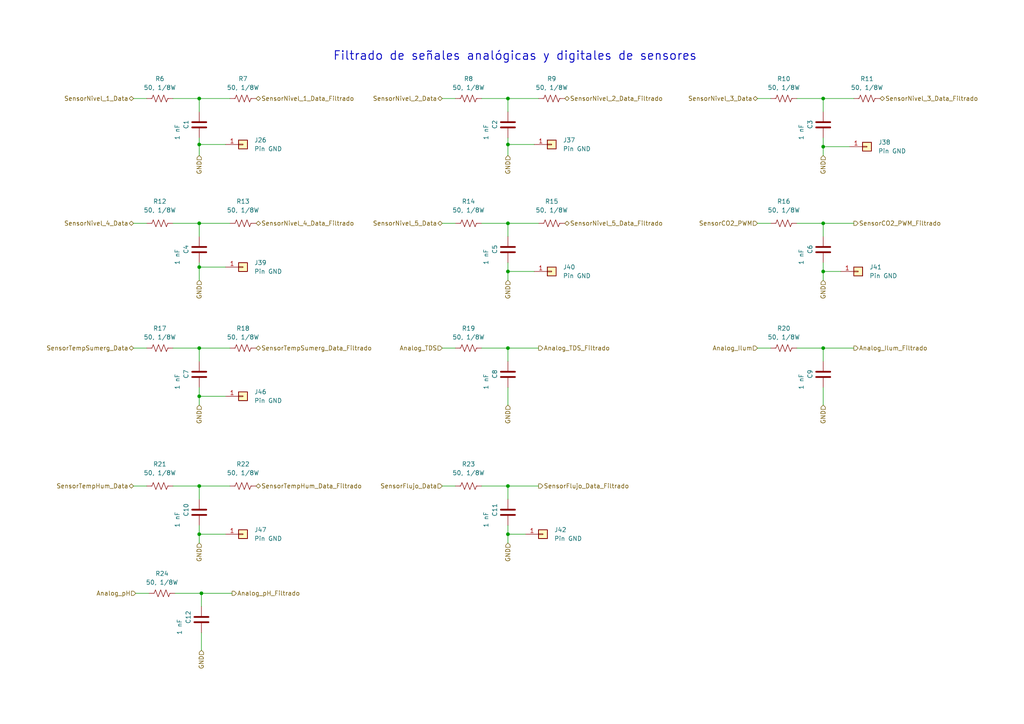
<source format=kicad_sch>
(kicad_sch (version 20211123) (generator eeschema)
  (paper "A4")
  (lib_symbols
    (symbol "Connector_Generic:Conn_01x01" (pin_names (offset 1.016) hide)
      (property "Reference" "J" (at 0 2.54 0))
      (property "Value" "Conn_01x01" (at 0 -2.54 0))
      (symbol "Conn_01x01_1_1"
        (rectangle (start -1.27 0.127) (end 0 -0.127) (stroke (width 0.1524)))
        (rectangle (start -1.27 1.27) (end 1.27 -1.27) (stroke (width 0.254)) (fill (type background)))
        (pin passive line (at -5.08 0 0) (length 3.81) (name "Pin_1") (number "1"))
      )
    )
    (symbol "Device:C" (pin_numbers hide) (pin_names (offset 0.254))
      (property "Reference" "C" (at 0.635 2.54 0))
      (property "Value" "C" (at 0.635 -2.54 0))
      (symbol "C_0_1"
        (polyline (pts (xy -2.032 -0.762) (xy 2.032 -0.762)) (stroke (width 0.508)))
        (polyline (pts (xy -2.032 0.762) (xy 2.032 0.762)) (stroke (width 0.508)))
      )
      (symbol "C_1_1"
        (pin passive line (at 0 3.81 270) (length 2.794) (name "~") (number "1"))
        (pin passive line (at 0 -3.81 90) (length 2.794) (name "~") (number "2"))
      )
    )
    (symbol "Device:R_US" (pin_numbers hide) (pin_names (offset 0))
      (property "Reference" "R" (at 2.54 0 90))
      (property "Value" "R_US" (at -2.54 0 90))
      (symbol "R_US_0_1"
        (polyline (pts (xy 0 -2.286) (xy 0 -2.54)))
        (polyline (pts (xy 0 2.286) (xy 0 2.54)))
        (polyline (pts (xy 0 -0.762) (xy 1.016 -1.143) (xy 0 -1.524) (xy -1.016 -1.905) (xy 0 -2.286)))
        (polyline (pts (xy 0 0.762) (xy 1.016 0.381) (xy 0 0) (xy -1.016 -0.381) (xy 0 -0.762)))
        (polyline (pts (xy 0 2.286) (xy 1.016 1.905) (xy 0 1.524) (xy -1.016 1.143) (xy 0 0.762)))
      )
      (symbol "R_US_1_1"
        (pin passive line (at 0 3.81 270) (length 1.27) (name "~") (number "1"))
        (pin passive line (at 0 -3.81 90) (length 1.27) (name "~") (number "2"))
      )
    )
  )
  (junction (at 57.785 114.935))
  (junction (at 57.785 28.575))
  (junction (at 147.32 28.575))
  (junction (at 57.785 140.97))
  (junction (at 147.32 78.74))
  (junction (at 238.76 64.77))
  (junction (at 238.76 42.545))
  (junction (at 238.76 100.965))
  (junction (at 57.785 154.94))
  (junction (at 58.42 172.085))
  (junction (at 57.785 64.77))
  (junction (at 147.32 41.91))
  (junction (at 57.785 41.91))
  (junction (at 147.32 140.97))
  (junction (at 57.785 77.47))
  (junction (at 57.785 100.965))
  (junction (at 147.32 154.94))
  (junction (at 147.32 100.965))
  (junction (at 238.76 78.74))
  (junction (at 238.76 28.575))
  (junction (at 147.32 64.77))
  (wire (pts (xy 147.32 112.395) (xy 147.32 117.475)))
  (wire (pts (xy 147.32 41.91) (xy 147.32 45.085)))
  (wire (pts (xy 57.785 114.935) (xy 57.785 117.475)))
  (wire (pts (xy 50.165 28.575) (xy 57.785 28.575)))
  (wire (pts (xy 57.785 140.97) (xy 57.785 144.78)))
  (wire (pts (xy 57.785 154.94) (xy 65.405 154.94)))
  (wire (pts (xy 58.42 172.085) (xy 67.31 172.085)))
  (wire (pts (xy 238.76 78.74) (xy 238.76 81.28)))
  (wire (pts (xy 128.27 100.965) (xy 132.08 100.965)))
  (wire (pts (xy 219.71 100.965) (xy 223.52 100.965)))
  (wire (pts (xy 147.32 152.4) (xy 147.32 154.94)))
  (wire (pts (xy 57.785 64.77) (xy 66.675 64.77)))
  (wire (pts (xy 231.14 28.575) (xy 238.76 28.575)))
  (wire (pts (xy 238.76 28.575) (xy 247.65 28.575)))
  (wire (pts (xy 58.42 183.515) (xy 58.42 188.595)))
  (wire (pts (xy 231.14 100.965) (xy 238.76 100.965)))
  (wire (pts (xy 57.785 76.2) (xy 57.785 77.47)))
  (wire (pts (xy 57.785 40.005) (xy 57.785 41.91)))
  (wire (pts (xy 147.32 41.91) (xy 154.94 41.91)))
  (wire (pts (xy 57.785 28.575) (xy 57.785 32.385)))
  (wire (pts (xy 57.785 100.965) (xy 66.675 100.965)))
  (wire (pts (xy 57.785 77.47) (xy 57.785 81.28)))
  (wire (pts (xy 57.785 77.47) (xy 65.405 77.47)))
  (wire (pts (xy 147.32 78.74) (xy 147.32 81.28)))
  (wire (pts (xy 147.32 100.965) (xy 156.21 100.965)))
  (wire (pts (xy 128.27 140.97) (xy 132.08 140.97)))
  (wire (pts (xy 57.785 112.395) (xy 57.785 114.935)))
  (wire (pts (xy 58.42 172.085) (xy 58.42 175.895)))
  (wire (pts (xy 147.32 64.77) (xy 147.32 68.58)))
  (wire (pts (xy 219.71 64.77) (xy 223.52 64.77)))
  (wire (pts (xy 238.76 112.395) (xy 238.76 117.475)))
  (wire (pts (xy 50.165 64.77) (xy 57.785 64.77)))
  (wire (pts (xy 238.76 76.2) (xy 238.76 78.74)))
  (wire (pts (xy 139.7 64.77) (xy 147.32 64.77)))
  (wire (pts (xy 238.76 64.77) (xy 247.65 64.77)))
  (wire (pts (xy 57.785 41.91) (xy 57.785 45.085)))
  (wire (pts (xy 128.27 28.575) (xy 132.08 28.575)))
  (wire (pts (xy 147.32 140.97) (xy 156.21 140.97)))
  (wire (pts (xy 147.32 40.005) (xy 147.32 41.91)))
  (wire (pts (xy 147.32 78.74) (xy 154.94 78.74)))
  (wire (pts (xy 57.785 154.94) (xy 57.785 157.48)))
  (wire (pts (xy 238.76 64.77) (xy 238.76 68.58)))
  (wire (pts (xy 238.76 42.545) (xy 246.38 42.545)))
  (wire (pts (xy 238.76 42.545) (xy 238.76 45.085)))
  (wire (pts (xy 147.32 28.575) (xy 156.21 28.575)))
  (wire (pts (xy 57.785 140.97) (xy 66.675 140.97)))
  (wire (pts (xy 147.32 140.97) (xy 147.32 144.78)))
  (wire (pts (xy 38.735 140.97) (xy 42.545 140.97)))
  (wire (pts (xy 147.32 154.94) (xy 147.32 157.48)))
  (wire (pts (xy 50.165 140.97) (xy 57.785 140.97)))
  (wire (pts (xy 147.32 154.94) (xy 152.4 154.94)))
  (wire (pts (xy 128.27 64.77) (xy 132.08 64.77)))
  (wire (pts (xy 57.785 41.91) (xy 65.405 41.91)))
  (wire (pts (xy 238.76 40.005) (xy 238.76 42.545)))
  (wire (pts (xy 39.37 172.085) (xy 43.18 172.085)))
  (wire (pts (xy 147.32 64.77) (xy 156.21 64.77)))
  (wire (pts (xy 57.785 100.965) (xy 57.785 104.775)))
  (wire (pts (xy 219.71 28.575) (xy 223.52 28.575)))
  (wire (pts (xy 238.76 100.965) (xy 238.76 104.775)))
  (wire (pts (xy 57.785 64.77) (xy 57.785 68.58)))
  (wire (pts (xy 38.735 64.77) (xy 42.545 64.77)))
  (wire (pts (xy 38.735 100.965) (xy 42.545 100.965)))
  (wire (pts (xy 57.785 114.935) (xy 65.405 114.935)))
  (wire (pts (xy 38.735 28.575) (xy 42.545 28.575)))
  (wire (pts (xy 139.7 100.965) (xy 147.32 100.965)))
  (wire (pts (xy 238.76 78.74) (xy 243.84 78.74)))
  (wire (pts (xy 231.14 64.77) (xy 238.76 64.77)))
  (wire (pts (xy 238.76 100.965) (xy 247.65 100.965)))
  (wire (pts (xy 147.32 28.575) (xy 147.32 32.385)))
  (wire (pts (xy 147.32 100.965) (xy 147.32 104.775)))
  (wire (pts (xy 57.785 152.4) (xy 57.785 154.94)))
  (wire (pts (xy 139.7 140.97) (xy 147.32 140.97)))
  (wire (pts (xy 50.8 172.085) (xy 58.42 172.085)))
  (wire (pts (xy 50.165 100.965) (xy 57.785 100.965)))
  (wire (pts (xy 147.32 76.2) (xy 147.32 78.74)))
  (wire (pts (xy 57.785 28.575) (xy 66.675 28.575)))
  (wire (pts (xy 238.76 28.575) (xy 238.76 32.385)))
  (wire (pts (xy 139.7 28.575) (xy 147.32 28.575)))
  (text "Filtrado de señales analógicas y digitales de sensores" (at 96.52 17.78 0) (effects (font (size 2.5 2.5) (thickness 0.254) bold) (justify left bottom)))
  (hierarchical_label "SensorCO2_PWM" (shape input) (at 219.71 64.77 180))
  (hierarchical_label "Analog_Ilum_Filtrado" (shape output) (at 247.65 100.965 0))
  (hierarchical_label "Analog_TDS_Filtrado" (shape output) (at 156.21 100.965 0))
  (hierarchical_label "SensorTempSumerg_Data" (shape bidirectional) (at 38.735 100.965 180))
  (hierarchical_label "Analog_TDS" (shape input) (at 128.27 100.965 180))
  (hierarchical_label "SensorNivel_5_Data_Filtrado" (shape bidirectional) (at 163.83 64.77 0))
  (hierarchical_label "SensorCO2_PWM_Filtrado" (shape output) (at 247.65 64.77 0))
  (hierarchical_label "SensorFlujo_Data_Filtrado" (shape output) (at 156.21 140.97 0))
  (hierarchical_label "SensorTempSumerg_Data_Filtrado" (shape bidirectional) (at 74.295 100.965 0))
  (hierarchical_label "SensorNivel_4_Data_Filtrado" (shape bidirectional) (at 74.295 64.77 0))
  (hierarchical_label "SensorTempHum_Data_Filtrado" (shape bidirectional) (at 74.295 140.97 0))
  (hierarchical_label "GND" (shape input) (at 147.32 45.085 270))
  (hierarchical_label "GND" (shape input) (at 147.32 117.475 270))
  (hierarchical_label "SensorNivel_4_Data" (shape bidirectional) (at 38.735 64.77 180))
  (hierarchical_label "GND" (shape input) (at 147.32 81.28 270))
  (hierarchical_label "GND" (shape input) (at 58.42 188.595 270))
  (hierarchical_label "SensorNivel_3_Data" (shape bidirectional) (at 219.71 28.575 180))
  (hierarchical_label "GND" (shape input) (at 57.785 45.085 270))
  (hierarchical_label "SensorFlujo_Data" (shape input) (at 128.27 140.97 180))
  (hierarchical_label "SensorNivel_3_Data_Filtrado" (shape bidirectional) (at 255.27 28.575 0))
  (hierarchical_label "GND" (shape input) (at 147.32 157.48 270))
  (hierarchical_label "SensorTempHum_Data" (shape bidirectional) (at 38.735 140.97 180))
  (hierarchical_label "SensorNivel_2_Data_Filtrado" (shape bidirectional) (at 163.83 28.575 0))
  (hierarchical_label "GND" (shape input) (at 238.76 45.085 270))
  (hierarchical_label "Analog_Ilum" (shape input) (at 219.71 100.965 180))
  (hierarchical_label "SensorNivel_5_Data" (shape bidirectional) (at 128.27 64.77 180))
  (hierarchical_label "Analog_pH_Filtrado" (shape output) (at 67.31 172.085 0))
  (hierarchical_label "GND" (shape input) (at 57.785 81.28 270))
  (hierarchical_label "Analog_pH" (shape input) (at 39.37 172.085 180))
  (hierarchical_label "SensorNivel_2_Data" (shape bidirectional) (at 128.27 28.575 180))
  (hierarchical_label "GND" (shape input) (at 238.76 81.28 270))
  (hierarchical_label "SensorNivel_1_Data_Filtrado" (shape bidirectional) (at 74.295 28.575 0))
  (hierarchical_label "GND" (shape input) (at 57.785 117.475 270))
  (hierarchical_label "GND" (shape input) (at 57.785 157.48 270))
  (hierarchical_label "GND" (shape input) (at 238.76 117.475 270))
  (hierarchical_label "SensorNivel_1_Data" (shape bidirectional) (at 38.735 28.575 180))
  (symbol (lib_id "Device:R_US") (at 160.02 64.77 90) (unit 1)
    (property "Reference" "R15" (at 160.02 58.42 90))
    (property "Value" "50, 1/8W" (at 160.02 60.96 90))
    (property "Footprint" "Resistor_SMD:R_0805_2012Metric" (effects hide))
  )
  (symbol (lib_id "Device:C") (at 147.32 148.59 0) (unit 1)
    (property "Reference" "C11" (at 143.51 149.86 90) (effects (justify left)))
    (property "Value" "1 nF" (at 140.97 153.035 90) (effects (justify left)))
    (property "Footprint" "Capacitor_SMD:C_0805_2012Metric" (effects hide))
  )
  (symbol (lib_id "Device:R_US") (at 70.485 28.575 90) (unit 1)
    (property "Reference" "R7" (at 70.485 22.86 90))
    (property "Value" "50, 1/8W" (at 70.485 25.4 90))
    (property "Footprint" "Resistor_SMD:R_0805_2012Metric" (effects hide))
  )
  (symbol (lib_id "Device:C") (at 58.42 179.705 0) (unit 1)
    (property "Reference" "C12" (at 54.61 180.975 90) (effects (justify left)))
    (property "Value" "1 nF" (at 52.07 184.15 90) (effects (justify left)))
    (property "Footprint" "Capacitor_SMD:C_0805_2012Metric" (effects hide))
  )
  (symbol (lib_id "Device:R_US") (at 227.33 64.77 90) (unit 1)
    (property "Reference" "R16" (at 227.33 58.42 90))
    (property "Value" "50, 1/8W" (at 227.33 60.96 90))
    (property "Footprint" "Resistor_SMD:R_0805_2012Metric" (effects hide))
  )
  (symbol (lib_id "Connector_Generic:Conn_01x01") (at 157.48 154.94 0) (unit 1)
    (property "Reference" "J42" (at 160.7312 153.6699 0) (effects (justify left)))
    (property "Value" "Pin GND" (at 160.7312 156.2099 0) (effects (justify left)))
    (property "Footprint" "Connector_PinHeader_2.54mm:PinHeader_1x01_P2.54mm_Vertical" (effects hide))
  )
  (symbol (lib_id "Device:R_US") (at 46.99 172.085 90) (unit 1)
    (property "Reference" "R24" (at 46.99 166.37 90))
    (property "Value" "50, 1/8W" (at 46.99 168.91 90))
    (property "Footprint" "Resistor_SMD:R_0805_2012Metric" (effects hide))
  )
  (symbol (lib_id "Connector_Generic:Conn_01x01") (at 248.92 78.74 0) (unit 1)
    (property "Reference" "J41" (at 252.1712 77.4699 0) (effects (justify left)))
    (property "Value" "Pin GND" (at 252.1712 80.0099 0) (effects (justify left)))
    (property "Footprint" "Connector_PinHeader_2.54mm:PinHeader_1x01_P2.54mm_Vertical" (effects hide))
  )
  (symbol (lib_id "Device:R_US") (at 135.89 64.77 90) (unit 1)
    (property "Reference" "R14" (at 135.89 58.42 90))
    (property "Value" "50, 1/8W" (at 135.89 60.96 90))
    (property "Footprint" "Resistor_SMD:R_0805_2012Metric" (effects hide))
  )
  (symbol (lib_id "Device:C") (at 57.785 36.195 0) (unit 1)
    (property "Reference" "C1" (at 53.975 37.465 90) (effects (justify left)))
    (property "Value" "1 nF" (at 51.435 40.64 90) (effects (justify left)))
    (property "Footprint" "Capacitor_SMD:C_0805_2012Metric" (effects hide))
  )
  (symbol (lib_id "Device:C") (at 57.785 108.585 0) (unit 1)
    (property "Reference" "C7" (at 53.975 109.855 90) (effects (justify left)))
    (property "Value" "1 nF" (at 51.435 113.03 90) (effects (justify left)))
    (property "Footprint" "Capacitor_SMD:C_0805_2012Metric" (effects hide))
  )
  (symbol (lib_id "Device:R_US") (at 160.02 28.575 90) (unit 1)
    (property "Reference" "R9" (at 160.02 22.86 90))
    (property "Value" "50, 1/8W" (at 160.02 25.4 90))
    (property "Footprint" "Resistor_SMD:R_0805_2012Metric" (effects hide))
  )
  (symbol (lib_id "Device:C") (at 57.785 72.39 0) (unit 1)
    (property "Reference" "C4" (at 53.975 73.66 90) (effects (justify left)))
    (property "Value" "1 nF" (at 51.435 76.835 90) (effects (justify left)))
    (property "Footprint" "Capacitor_SMD:C_0805_2012Metric" (effects hide))
  )
  (symbol (lib_id "Connector_Generic:Conn_01x01") (at 70.485 41.91 0) (unit 1)
    (property "Reference" "J26" (at 73.7362 40.6399 0) (effects (justify left)))
    (property "Value" "Pin GND" (at 73.7362 43.1799 0) (effects (justify left)))
    (property "Footprint" "Connector_PinHeader_2.54mm:PinHeader_1x01_P2.54mm_Vertical" (effects hide))
  )
  (symbol (lib_id "Device:C") (at 147.32 36.195 0) (unit 1)
    (property "Reference" "C2" (at 143.51 37.465 90) (effects (justify left)))
    (property "Value" "1 nF" (at 140.97 40.64 90) (effects (justify left)))
    (property "Footprint" "Capacitor_SMD:C_0805_2012Metric" (effects hide))
  )
  (symbol (lib_id "Device:C") (at 238.76 36.195 0) (unit 1)
    (property "Reference" "C3" (at 234.95 37.465 90) (effects (justify left)))
    (property "Value" "1 nF" (at 232.41 40.64 90) (effects (justify left)))
    (property "Footprint" "Capacitor_SMD:C_0805_2012Metric" (effects hide))
  )
  (symbol (lib_id "Connector_Generic:Conn_01x01") (at 160.02 78.74 0) (unit 1)
    (property "Reference" "J40" (at 163.2712 77.4699 0) (effects (justify left)))
    (property "Value" "Pin GND" (at 163.2712 80.0099 0) (effects (justify left)))
    (property "Footprint" "Connector_PinHeader_2.54mm:PinHeader_1x01_P2.54mm_Vertical" (effects hide))
  )
  (symbol (lib_id "Connector_Generic:Conn_01x01") (at 70.485 114.935 0) (unit 1)
    (property "Reference" "J46" (at 73.7362 113.6649 0) (effects (justify left)))
    (property "Value" "Pin GND" (at 73.7362 116.2049 0) (effects (justify left)))
    (property "Footprint" "Connector_PinHeader_2.54mm:PinHeader_1x01_P2.54mm_Vertical" (effects hide))
  )
  (symbol (lib_id "Connector_Generic:Conn_01x01") (at 70.485 154.94 0) (unit 1)
    (property "Reference" "J47" (at 73.7362 153.6699 0) (effects (justify left)))
    (property "Value" "Pin GND" (at 73.7362 156.2099 0) (effects (justify left)))
    (property "Footprint" "Connector_PinHeader_2.54mm:PinHeader_1x01_P2.54mm_Vertical" (effects hide))
  )
  (symbol (lib_id "Device:R_US") (at 70.485 140.97 90) (unit 1)
    (property "Reference" "R22" (at 70.485 134.62 90))
    (property "Value" "50, 1/8W" (at 70.485 137.16 90))
    (property "Footprint" "Resistor_SMD:R_0805_2012Metric" (effects hide))
  )
  (symbol (lib_id "Device:R_US") (at 135.89 100.965 90) (unit 1)
    (property "Reference" "R19" (at 135.89 95.25 90))
    (property "Value" "50, 1/8W" (at 135.89 97.79 90))
    (property "Footprint" "Resistor_SMD:R_0805_2012Metric" (effects hide))
  )
  (symbol (lib_id "Device:R_US") (at 46.355 140.97 90) (unit 1)
    (property "Reference" "R21" (at 46.355 134.62 90))
    (property "Value" "50, 1/8W" (at 46.355 137.16 90))
    (property "Footprint" "Resistor_SMD:R_0805_2012Metric" (effects hide))
  )
  (symbol (lib_id "Device:R_US") (at 70.485 64.77 90) (unit 1)
    (property "Reference" "R13" (at 70.485 58.42 90))
    (property "Value" "50, 1/8W" (at 70.485 60.96 90))
    (property "Footprint" "Resistor_SMD:R_0805_2012Metric" (effects hide))
  )
  (symbol (lib_id "Device:R_US") (at 227.33 100.965 90) (unit 1)
    (property "Reference" "R20" (at 227.33 95.25 90))
    (property "Value" "50, 1/8W" (at 227.33 97.79 90))
    (property "Footprint" "Resistor_SMD:R_0805_2012Metric" (effects hide))
  )
  (symbol (lib_id "Device:C") (at 238.76 108.585 0) (unit 1)
    (property "Reference" "C9" (at 234.95 109.855 90) (effects (justify left)))
    (property "Value" "1 nF" (at 232.41 113.03 90) (effects (justify left)))
    (property "Footprint" "Capacitor_SMD:C_0805_2012Metric" (effects hide))
  )
  (symbol (lib_id "Device:R_US") (at 135.89 28.575 90) (unit 1)
    (property "Reference" "R8" (at 135.89 22.86 90))
    (property "Value" "50, 1/8W" (at 135.89 25.4 90))
    (property "Footprint" "Resistor_SMD:R_0805_2012Metric" (effects hide))
  )
  (symbol (lib_id "Device:R_US") (at 251.46 28.575 90) (unit 1)
    (property "Reference" "R11" (at 251.46 22.86 90))
    (property "Value" "50, 1/8W" (at 251.46 25.4 90))
    (property "Footprint" "Resistor_SMD:R_0805_2012Metric" (effects hide))
  )
  (symbol (lib_id "Connector_Generic:Conn_01x01") (at 70.485 77.47 0) (unit 1)
    (property "Reference" "J39" (at 73.7362 76.1999 0) (effects (justify left)))
    (property "Value" "Pin GND" (at 73.7362 78.7399 0) (effects (justify left)))
    (property "Footprint" "Connector_PinHeader_2.54mm:PinHeader_1x01_P2.54mm_Vertical" (effects hide))
  )
  (symbol (lib_id "Connector_Generic:Conn_01x01") (at 251.46 42.545 0) (unit 1)
    (property "Reference" "J38" (at 254.7112 41.2749 0) (effects (justify left)))
    (property "Value" "Pin GND" (at 254.7112 43.8149 0) (effects (justify left)))
    (property "Footprint" "Connector_PinHeader_2.54mm:PinHeader_1x01_P2.54mm_Vertical" (effects hide))
  )
  (symbol (lib_id "Device:C") (at 57.785 148.59 0) (unit 1)
    (property "Reference" "C10" (at 53.975 149.86 90) (effects (justify left)))
    (property "Value" "1 nF" (at 51.435 153.035 90) (effects (justify left)))
    (property "Footprint" "Capacitor_SMD:C_0805_2012Metric" (effects hide))
  )
  (symbol (lib_id "Device:R_US") (at 135.89 140.97 90) (unit 1)
    (property "Reference" "R23" (at 135.89 134.62 90))
    (property "Value" "50, 1/8W" (at 135.89 137.16 90))
    (property "Footprint" "Resistor_SMD:R_0805_2012Metric" (effects hide))
  )
  (symbol (lib_id "Device:R_US") (at 70.485 100.965 90) (unit 1)
    (property "Reference" "R18" (at 70.485 95.25 90))
    (property "Value" "50, 1/8W" (at 70.485 97.79 90))
    (property "Footprint" "Resistor_SMD:R_0805_2012Metric" (effects hide))
  )
  (symbol (lib_id "Device:R_US") (at 46.355 100.965 90) (unit 1)
    (property "Reference" "R17" (at 46.355 95.25 90))
    (property "Value" "50, 1/8W" (at 46.355 97.79 90))
    (property "Footprint" "Resistor_SMD:R_0805_2012Metric" (effects hide))
  )
  (symbol (lib_id "Device:R_US") (at 227.33 28.575 90) (unit 1)
    (property "Reference" "R10" (at 227.33 22.86 90))
    (property "Value" "50, 1/8W" (at 227.33 25.4 90))
    (property "Footprint" "Resistor_SMD:R_0805_2012Metric" (effects hide))
  )
  (symbol (lib_id "Device:C") (at 147.32 72.39 0) (unit 1)
    (property "Reference" "C5" (at 143.51 73.66 90) (effects (justify left)))
    (property "Value" "1 nF" (at 140.97 76.835 90) (effects (justify left)))
    (property "Footprint" "Capacitor_SMD:C_0805_2012Metric" (effects hide))
  )
  (symbol (lib_id "Connector_Generic:Conn_01x01") (at 160.02 41.91 0) (unit 1)
    (property "Reference" "J37" (at 163.2712 40.6399 0) (effects (justify left)))
    (property "Value" "Pin GND" (at 163.2712 43.1799 0) (effects (justify left)))
    (property "Footprint" "Connector_PinHeader_2.54mm:PinHeader_1x01_P2.54mm_Vertical" (effects hide))
  )
  (symbol (lib_id "Device:C") (at 238.76 72.39 0) (unit 1)
    (property "Reference" "C6" (at 234.95 73.66 90) (effects (justify left)))
    (property "Value" "1 nF" (at 232.41 76.835 90) (effects (justify left)))
    (property "Footprint" "Capacitor_SMD:C_0805_2012Metric" (effects hide))
  )
  (symbol (lib_id "Device:R_US") (at 46.355 64.77 90) (unit 1)
    (property "Reference" "R12" (at 46.355 58.42 90))
    (property "Value" "50, 1/8W" (at 46.355 60.96 90))
    (property "Footprint" "Resistor_SMD:R_0805_2012Metric" (effects hide))
  )
  (symbol (lib_id "Device:R_US") (at 46.355 28.575 90) (unit 1)
    (property "Reference" "R6" (at 46.355 22.86 90))
    (property "Value" "50, 1/8W" (at 46.355 25.4 90))
    (property "Footprint" "Resistor_SMD:R_0805_2012Metric" (effects hide))
  )
  (symbol (lib_id "Device:C") (at 147.32 108.585 0) (unit 1)
    (property "Reference" "C8" (at 143.51 109.855 90) (effects (justify left)))
    (property "Value" "1 nF" (at 140.97 113.03 90) (effects (justify left)))
    (property "Footprint" "Capacitor_SMD:C_0805_2012Metric" (effects hide))
  )
)
</source>
